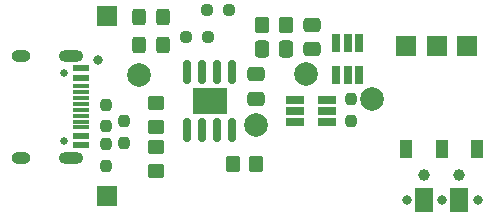
<source format=gbr>
%TF.GenerationSoftware,KiCad,Pcbnew,7.0.10*%
%TF.CreationDate,2024-03-07T14:05:51+00:00*%
%TF.ProjectId,tp4056,74703430-3536-42e6-9b69-6361645f7063,rev?*%
%TF.SameCoordinates,Original*%
%TF.FileFunction,Soldermask,Top*%
%TF.FilePolarity,Negative*%
%FSLAX46Y46*%
G04 Gerber Fmt 4.6, Leading zero omitted, Abs format (unit mm)*
G04 Created by KiCad (PCBNEW 7.0.10) date 2024-03-07 14:05:51*
%MOMM*%
%LPD*%
G01*
G04 APERTURE LIST*
G04 Aperture macros list*
%AMRoundRect*
0 Rectangle with rounded corners*
0 $1 Rounding radius*
0 $2 $3 $4 $5 $6 $7 $8 $9 X,Y pos of 4 corners*
0 Add a 4 corners polygon primitive as box body*
4,1,4,$2,$3,$4,$5,$6,$7,$8,$9,$2,$3,0*
0 Add four circle primitives for the rounded corners*
1,1,$1+$1,$2,$3*
1,1,$1+$1,$4,$5*
1,1,$1+$1,$6,$7*
1,1,$1+$1,$8,$9*
0 Add four rect primitives between the rounded corners*
20,1,$1+$1,$2,$3,$4,$5,0*
20,1,$1+$1,$4,$5,$6,$7,0*
20,1,$1+$1,$6,$7,$8,$9,0*
20,1,$1+$1,$8,$9,$2,$3,0*%
G04 Aperture macros list end*
%ADD10RoundRect,0.237500X0.237500X-0.250000X0.237500X0.250000X-0.237500X0.250000X-0.237500X-0.250000X0*%
%ADD11R,1.700000X1.700000*%
%ADD12RoundRect,0.250000X-0.350000X-0.450000X0.350000X-0.450000X0.350000X0.450000X-0.350000X0.450000X0*%
%ADD13RoundRect,0.150000X0.150000X-0.825000X0.150000X0.825000X-0.150000X0.825000X-0.150000X-0.825000X0*%
%ADD14R,3.000000X2.290000*%
%ADD15RoundRect,0.237500X-0.250000X-0.237500X0.250000X-0.237500X0.250000X0.237500X-0.250000X0.237500X0*%
%ADD16RoundRect,0.250000X-0.337500X-0.475000X0.337500X-0.475000X0.337500X0.475000X-0.337500X0.475000X0*%
%ADD17RoundRect,0.237500X-0.237500X0.250000X-0.237500X-0.250000X0.237500X-0.250000X0.237500X0.250000X0*%
%ADD18RoundRect,0.250000X0.325000X0.450000X-0.325000X0.450000X-0.325000X-0.450000X0.325000X-0.450000X0*%
%ADD19RoundRect,0.250000X0.475000X-0.337500X0.475000X0.337500X-0.475000X0.337500X-0.475000X-0.337500X0*%
%ADD20C,0.650000*%
%ADD21R,1.450000X0.600000*%
%ADD22R,1.450000X0.300000*%
%ADD23O,2.100000X1.000000*%
%ADD24O,1.600000X1.000000*%
%ADD25R,1.560000X0.650000*%
%ADD26RoundRect,0.250000X-0.475000X0.337500X-0.475000X-0.337500X0.475000X-0.337500X0.475000X0.337500X0*%
%ADD27RoundRect,0.250000X0.450000X-0.350000X0.450000X0.350000X-0.450000X0.350000X-0.450000X-0.350000X0*%
%ADD28C,1.000000*%
%ADD29R,1.000000X1.500000*%
%ADD30R,1.500000X2.000000*%
%ADD31R,0.650000X1.560000*%
%ADD32C,0.800000*%
%ADD33C,0.600000*%
%ADD34C,2.000000*%
G04 APERTURE END LIST*
D10*
%TO.C,R4*%
X168020000Y-85082500D03*
X168020000Y-83257500D03*
%TD*%
D11*
%TO.C,J3*%
X147320000Y-76200000D03*
%TD*%
D12*
%TO.C,R5*%
X160500000Y-77000000D03*
X162500000Y-77000000D03*
%TD*%
D13*
%TO.C,U1*%
X154145000Y-85905000D03*
X155415000Y-85905000D03*
X156685000Y-85905000D03*
X157955000Y-85905000D03*
X157955000Y-80955000D03*
X156685000Y-80955000D03*
X155415000Y-80955000D03*
X154145000Y-80955000D03*
D14*
X156050000Y-83430000D03*
%TD*%
D15*
%TO.C,R2*%
X155837500Y-75750000D03*
X157662500Y-75750000D03*
%TD*%
D11*
%TO.C,J7*%
X177800000Y-78740000D03*
%TD*%
D16*
%TO.C,C2*%
X160462500Y-79000000D03*
X162537500Y-79000000D03*
%TD*%
D17*
%TO.C,R7*%
X148820000Y-85155000D03*
X148820000Y-86980000D03*
%TD*%
D18*
%TO.C,D2*%
X152122500Y-76290000D03*
X150072500Y-76290000D03*
%TD*%
D17*
%TO.C,R6*%
X147290000Y-87097500D03*
X147290000Y-88922500D03*
%TD*%
D19*
%TO.C,C1*%
X160000000Y-83237500D03*
X160000000Y-81162500D03*
%TD*%
D15*
%TO.C,R1*%
X154087500Y-78000000D03*
X155912500Y-78000000D03*
%TD*%
D20*
%TO.C,J8*%
X143750000Y-81030000D03*
X143750000Y-86810000D03*
D21*
X145195000Y-80670000D03*
X145195000Y-81470000D03*
D22*
X145195000Y-82670000D03*
X145195000Y-83670000D03*
X145195000Y-84170000D03*
X145195000Y-85170000D03*
D21*
X145195000Y-86370000D03*
X145195000Y-87170000D03*
X145195000Y-87170000D03*
X145195000Y-86370000D03*
D22*
X145195000Y-85670000D03*
X145195000Y-84670000D03*
X145195000Y-83170000D03*
X145195000Y-82170000D03*
D21*
X145195000Y-81470000D03*
X145195000Y-80670000D03*
D23*
X144280000Y-79600000D03*
D24*
X140100000Y-79600000D03*
D23*
X144280000Y-88240000D03*
D24*
X140100000Y-88240000D03*
%TD*%
D25*
%TO.C,U3*%
X163290000Y-83320000D03*
X163290000Y-84270000D03*
X163290000Y-85220000D03*
X165990000Y-85220000D03*
X165990000Y-84270000D03*
X165990000Y-83320000D03*
%TD*%
D10*
%TO.C,R10*%
X147280000Y-85552500D03*
X147280000Y-83727500D03*
%TD*%
D26*
%TO.C,C3*%
X164750000Y-76962500D03*
X164750000Y-79037500D03*
%TD*%
D11*
%TO.C,J4*%
X175260000Y-78740000D03*
%TD*%
%TO.C,J2*%
X147320000Y-91440000D03*
%TD*%
D27*
%TO.C,R8*%
X151470000Y-85620000D03*
X151470000Y-83620000D03*
%TD*%
%TO.C,R9*%
X151480000Y-89360000D03*
X151480000Y-87360000D03*
%TD*%
D28*
%TO.C,J6*%
X174200000Y-89730000D03*
X177200000Y-89730000D03*
D29*
X172700000Y-87450000D03*
X175700000Y-87450000D03*
X178700000Y-87450000D03*
D30*
X174200000Y-91810000D03*
X177200000Y-91810000D03*
%TD*%
D18*
%TO.C,D1*%
X152122500Y-78722000D03*
X150072500Y-78722000D03*
%TD*%
D12*
%TO.C,R3*%
X158000000Y-88800000D03*
X160000000Y-88800000D03*
%TD*%
D11*
%TO.C,J5*%
X172705000Y-78765000D03*
%TD*%
D31*
%TO.C,U2*%
X166780000Y-81210000D03*
X167730000Y-81210000D03*
X168680000Y-81210000D03*
X168680000Y-78510000D03*
X167730000Y-78510000D03*
X166780000Y-78510000D03*
%TD*%
D32*
X178750000Y-91840000D03*
X146570000Y-79980000D03*
X175720000Y-91850000D03*
D33*
X156050000Y-83430000D03*
D32*
X172760000Y-91840000D03*
D34*
X169788629Y-83271371D03*
X150072500Y-81217500D03*
X160000000Y-85500000D03*
X164230000Y-81170000D03*
M02*

</source>
